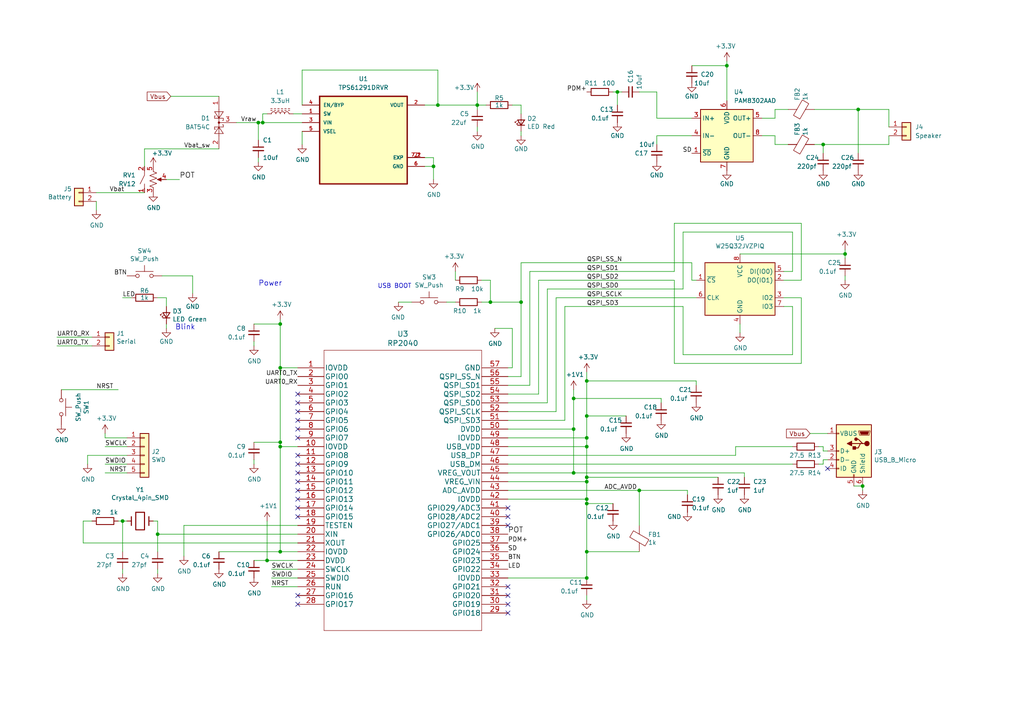
<source format=kicad_sch>
(kicad_sch (version 20211123) (generator eeschema)
  (paper "A4")
  (lib_symbols
    (symbol "Amplifier_Audio:PAM8302AAD"
      (property "Reference" "U" (at 7.62 11.43 0))
      (property "Value" "PAM8302AAD" (at 7.62 8.89 0))
      (symbol "PAM8302AAD_1_1"
        (pin input line (at -10.16 -5.08 0) (length 2.54) (name "~{SD}") (number "1"))
        (pin no_connect line (at 7.62 -5.08 180) (length 2.54) hide (name "NC") (number "2"))
        (pin input line (at -10.16 5.08 0) (length 2.54) (name "IN+") (number "3"))
        (pin input line (at -10.16 0 0) (length 2.54) (name "IN-") (number "4"))
        (pin output line (at 10.16 5.08 180) (length 2.54) (name "OUT+") (number "5"))
        (pin power_in line (at 0 10.16 270) (length 2.54) (name "VDD") (number "6"))
        (pin power_in line (at 0 -10.16 90) (length 2.54) (name "GND") (number "7"))
        (pin output line (at 10.16 0 180) (length 2.54) (name "OUT-") (number "8"))
      )
    )
    (symbol "Connector:USB_B_Micro" (pin_names (offset 1.016))
      (property "Reference" "J" (at -5.08 11.43 0))
      (property "Value" "USB_B_Micro" (at -5.08 8.89 0))
      (symbol "USB_B_Micro_1_1"
        (pin power_out line (at 7.62 5.08 180) (length 2.54) (name "VBUS") (number "1"))
        (pin bidirectional line (at 7.62 -2.54 180) (length 2.54) (name "D-") (number "2"))
        (pin bidirectional line (at 7.62 0 180) (length 2.54) (name "D+") (number "3"))
        (pin passive line (at 7.62 -5.08 180) (length 2.54) (name "ID") (number "4"))
        (pin power_out line (at 0 -10.16 90) (length 2.54) (name "GND") (number "5"))
        (pin passive line (at -2.54 -10.16 90) (length 2.54) (name "Shield") (number "6"))
      )
    )
    (symbol "Connector_Generic:Conn_01x02" (pin_names (offset 1.016) hide)
      (property "Reference" "J" (at 0 2.54 0))
      (property "Value" "Conn_01x02" (at 0 -5.08 0))
      (symbol "Conn_01x02_1_1"
        (pin passive line (at -5.08 0 0) (length 3.81) (name "Pin_1") (number "1"))
        (pin passive line (at -5.08 -2.54 0) (length 3.81) (name "Pin_2") (number "2"))
      )
    )
    (symbol "Connector_Generic:Conn_01x05" (pin_names (offset 1.016) hide)
      (property "Reference" "J" (at 0 7.62 0))
      (property "Value" "Conn_01x05" (at 0 -7.62 0))
      (symbol "Conn_01x05_1_1"
        (pin passive line (at -5.08 5.08 0) (length 3.81) (name "Pin_1") (number "1"))
        (pin passive line (at -5.08 2.54 0) (length 3.81) (name "Pin_2") (number "2"))
        (pin passive line (at -5.08 0 0) (length 3.81) (name "Pin_3") (number "3"))
        (pin passive line (at -5.08 -2.54 0) (length 3.81) (name "Pin_4") (number "4"))
        (pin passive line (at -5.08 -5.08 0) (length 3.81) (name "Pin_5") (number "5"))
      )
    )
    (symbol "Device:C_Small" (pin_numbers hide) (pin_names (offset 0.254) hide)
      (property "Reference" "C" (at 0.254 1.778 0))
      (property "Value" "C_Small" (at 0.254 -2.032 0))
      (symbol "C_Small_1_1"
        (pin passive line (at 0 2.54 270) (length 2.032) (name "~") (number "1"))
        (pin passive line (at 0 -2.54 90) (length 2.032) (name "~") (number "2"))
      )
    )
    (symbol "Device:FerriteBead" (pin_numbers hide) (pin_names (offset 0))
      (property "Reference" "FB" (at -3.81 0.635 90))
      (property "Value" "FerriteBead" (at 3.81 0 90))
      (symbol "FerriteBead_1_1"
        (pin passive line (at 0 3.81 270) (length 2.54) (name "~") (number "1"))
        (pin passive line (at 0 -3.81 90) (length 2.54) (name "~") (number "2"))
      )
    )
    (symbol "Device:LED_Small" (pin_numbers hide) (pin_names (offset 0.254) hide)
      (property "Reference" "D" (at -1.27 3.175 0))
      (property "Value" "LED_Small" (at -4.445 -2.54 0))
      (symbol "LED_Small_1_1"
        (pin passive line (at -2.54 0 0) (length 1.778) (name "K") (number "1"))
        (pin passive line (at 2.54 0 180) (length 1.778) (name "A") (number "2"))
      )
    )
    (symbol "Device:L_Ferrite" (pin_numbers hide) (pin_names (offset 1.016) hide)
      (property "Reference" "L" (at -1.27 0 90))
      (property "Value" "L_Ferrite" (at 2.794 0 90))
      (symbol "L_Ferrite_1_1"
        (pin passive line (at 0 3.81 270) (length 1.27) (name "1") (number "1"))
        (pin passive line (at 0 -3.81 90) (length 1.27) (name "2") (number "2"))
      )
    )
    (symbol "Device:R" (pin_numbers hide) (pin_names (offset 0))
      (property "Reference" "R" (at 2.032 0 90))
      (property "Value" "R" (at 0 0 90))
      (symbol "R_1_1"
        (pin passive line (at 0 3.81 270) (length 1.27) (name "~") (number "1"))
        (pin passive line (at 0 -3.81 90) (length 1.27) (name "~") (number "2"))
      )
    )
    (symbol "Diode:BAT54C" (pin_names (offset 1.016))
      (property "Reference" "D" (at 0.635 -3.81 0))
      (property "Value" "BAT54C" (at -6.35 3.175 0))
      (symbol "BAT54C_1_1"
        (pin passive line (at -7.62 0 0) (length 3.81) (name "~") (number "1"))
        (pin passive line (at 7.62 0 180) (length 3.81) (name "~") (number "2"))
        (pin passive line (at 0 -5.08 90) (length 5.08) (name "~") (number "3"))
      )
    )
    (symbol "Memory_Flash:W25Q32JVSS"
      (property "Reference" "U" (at -8.89 8.89 0))
      (property "Value" "W25Q32JVSS" (at 7.62 8.89 0))
      (symbol "W25Q32JVSS_1_1"
        (pin input line (at -12.7 2.54 0) (length 2.54) (name "~{CS}") (number "1"))
        (pin bidirectional line (at 12.7 2.54 180) (length 2.54) (name "DO(IO1)") (number "2"))
        (pin bidirectional line (at 12.7 -2.54 180) (length 2.54) (name "IO2") (number "3"))
        (pin power_in line (at 0 -10.16 90) (length 2.54) (name "GND") (number "4"))
        (pin bidirectional line (at 12.7 5.08 180) (length 2.54) (name "DI(IO0)") (number "5"))
        (pin input line (at -12.7 -2.54 0) (length 2.54) (name "CLK") (number "6"))
        (pin bidirectional line (at 12.7 -5.08 180) (length 2.54) (name "IO3") (number "7"))
        (pin power_in line (at 0 10.16 270) (length 2.54) (name "VCC") (number "8"))
      )
    )
    (symbol "Switch:SW_Push" (pin_numbers hide) (pin_names (offset 1.016) hide)
      (property "Reference" "SW" (at 1.27 2.54 0))
      (property "Value" "SW_Push" (at 0 -1.524 0))
      (symbol "SW_Push_0_1"
        (pin passive line (at -5.08 0 0) (length 2.54) (name "1") (number "1"))
        (pin passive line (at 5.08 0 180) (length 2.54) (name "2") (number "2"))
      )
    )
    (symbol "emeb_library:Crystal_4pin_SMD" (pin_numbers hide) (pin_names (offset 1.016) hide)
      (property "Reference" "Y" (at 0 3.81 0))
      (property "Value" "Crystal_4pin_SMD" (at 0 -3.81 0))
      (symbol "Crystal_4pin_SMD_1_1"
        (pin passive line (at -3.81 0 0) (length 1.27) (name "1") (number "1"))
        (pin passive line (at 3.81 0 180) (length 1.27) (name "3") (number "3"))
      )
    )
    (symbol "emeb_library:RP2040" (pin_names (offset 0.254))
      (property "Reference" "U" (at 30.48 10.16 0))
      (property "Value" "RP2040" (at 30.48 7.62 0))
      (symbol "RP2040_1_1"
        (pin power_in line (at 0 0 0) (length 7.62) (name "IOVDD") (number "1"))
        (pin power_in line (at 0 -22.86 0) (length 7.62) (name "IOVDD") (number "10"))
        (pin bidirectional line (at 0 -25.4 0) (length 7.62) (name "GPIO8") (number "11"))
        (pin bidirectional line (at 0 -27.94 0) (length 7.62) (name "GPIO9") (number "12"))
        (pin bidirectional line (at 0 -30.48 0) (length 7.62) (name "GPIO10") (number "13"))
        (pin bidirectional line (at 0 -33.02 0) (length 7.62) (name "GPIO11") (number "14"))
        (pin bidirectional line (at 0 -35.56 0) (length 7.62) (name "GPIO12") (number "15"))
        (pin bidirectional line (at 0 -38.1 0) (length 7.62) (name "GPIO13") (number "16"))
        (pin bidirectional line (at 0 -40.64 0) (length 7.62) (name "GPIO14") (number "17"))
        (pin bidirectional line (at 0 -43.18 0) (length 7.62) (name "GPIO15") (number "18"))
        (pin unspecified line (at 0 -45.72 0) (length 7.62) (name "TESTEN") (number "19"))
        (pin bidirectional line (at 0 -2.54 0) (length 7.62) (name "GPIO0") (number "2"))
        (pin unspecified line (at 0 -48.26 0) (length 7.62) (name "XIN") (number "20"))
        (pin output line (at 0 -50.8 0) (length 7.62) (name "XOUT") (number "21"))
        (pin power_in line (at 0 -53.34 0) (length 7.62) (name "IOVDD") (number "22"))
        (pin power_in line (at 0 -55.88 0) (length 7.62) (name "DVDD") (number "23"))
        (pin unspecified line (at 0 -58.42 0) (length 7.62) (name "SWCLK") (number "24"))
        (pin unspecified line (at 0 -60.96 0) (length 7.62) (name "SWDIO") (number "25"))
        (pin unspecified line (at 0 -63.5 0) (length 7.62) (name "RUN") (number "26"))
        (pin bidirectional line (at 0 -66.04 0) (length 7.62) (name "GPIO16") (number "27"))
        (pin bidirectional line (at 0 -68.58 0) (length 7.62) (name "GPIO17") (number "28"))
        (pin bidirectional line (at 60.96 -71.12 180) (length 7.62) (name "GPIO18") (number "29"))
        (pin bidirectional line (at 0 -5.08 0) (length 7.62) (name "GPIO1") (number "3"))
        (pin bidirectional line (at 60.96 -68.58 180) (length 7.62) (name "GPIO19") (number "30"))
        (pin bidirectional line (at 60.96 -66.04 180) (length 7.62) (name "GPIO20") (number "31"))
        (pin bidirectional line (at 60.96 -63.5 180) (length 7.62) (name "GPIO21") (number "32"))
        (pin power_in line (at 60.96 -60.96 180) (length 7.62) (name "IOVDD") (number "33"))
        (pin bidirectional line (at 60.96 -58.42 180) (length 7.62) (name "GPIO22") (number "34"))
        (pin bidirectional line (at 60.96 -55.88 180) (length 7.62) (name "GPIO23") (number "35"))
        (pin bidirectional line (at 60.96 -53.34 180) (length 7.62) (name "GPIO24") (number "36"))
        (pin bidirectional line (at 60.96 -50.8 180) (length 7.62) (name "GPIO25") (number "37"))
        (pin bidirectional line (at 60.96 -48.26 180) (length 7.62) (name "GPIO26/ADC0") (number "38"))
        (pin bidirectional line (at 60.96 -45.72 180) (length 7.62) (name "GPIO27/ADC1") (number "39"))
        (pin bidirectional line (at 0 -7.62 0) (length 7.62) (name "GPIO2") (number "4"))
        (pin bidirectional line (at 60.96 -43.18 180) (length 7.62) (name "GPIO28/ADC2") (number "40"))
        (pin bidirectional line (at 60.96 -40.64 180) (length 7.62) (name "GPIO29/ADC3") (number "41"))
        (pin power_in line (at 60.96 -38.1 180) (length 7.62) (name "IOVDD") (number "42"))
        (pin power_in line (at 60.96 -35.56 180) (length 7.62) (name "ADC_AVDD") (number "43"))
        (pin unspecified line (at 60.96 -33.02 180) (length 7.62) (name "VREG_VIN") (number "44"))
        (pin output line (at 60.96 -30.48 180) (length 7.62) (name "VREG_VOUT") (number "45"))
        (pin unspecified line (at 60.96 -27.94 180) (length 7.62) (name "USB_DM") (number "46"))
        (pin unspecified line (at 60.96 -25.4 180) (length 7.62) (name "USB_DP") (number "47"))
        (pin power_in line (at 60.96 -22.86 180) (length 7.62) (name "USB_VDD") (number "48"))
        (pin power_in line (at 60.96 -20.32 180) (length 7.62) (name "IOVDD") (number "49"))
        (pin bidirectional line (at 0 -10.16 0) (length 7.62) (name "GPIO3") (number "5"))
        (pin power_in line (at 60.96 -17.78 180) (length 7.62) (name "DVDD") (number "50"))
        (pin bidirectional line (at 60.96 -15.24 180) (length 7.62) (name "QSPI_SD3") (number "51"))
        (pin unspecified line (at 60.96 -12.7 180) (length 7.62) (name "QSPI_SCLK") (number "52"))
        (pin bidirectional line (at 60.96 -10.16 180) (length 7.62) (name "QSPI_SD0") (number "53"))
        (pin bidirectional line (at 60.96 -7.62 180) (length 7.62) (name "QSPI_SD2") (number "54"))
        (pin bidirectional line (at 60.96 -5.08 180) (length 7.62) (name "QSPI_SD1") (number "55"))
        (pin unspecified line (at 60.96 -2.54 180) (length 7.62) (name "QSPI_SS_N") (number "56"))
        (pin power_in line (at 60.96 0 180) (length 7.62) (name "GND") (number "57"))
        (pin bidirectional line (at 0 -12.7 0) (length 7.62) (name "GPIO4") (number "6"))
        (pin bidirectional line (at 0 -15.24 0) (length 7.62) (name "GPIO5") (number "7"))
        (pin bidirectional line (at 0 -17.78 0) (length 7.62) (name "GPIO6") (number "8"))
        (pin bidirectional line (at 0 -20.32 0) (length 7.62) (name "GPIO7") (number "9"))
      )
    )
    (symbol "emeb_library:RV12" (pin_names (offset 1.016) hide)
      (property "Reference" "RV" (at -8.89 0 90))
      (property "Value" "RV12" (at -6.35 0 90))
      (symbol "RV12_1_1"
        (pin passive line (at -2.54 -3.81 90) (length 1.27) (name "1") (number "1"))
        (pin passive line (at -2.54 3.81 270) (length 1.27) (name "2") (number "2"))
        (pin passive line (at 0 -3.81 90) (length 1.27) (name "3") (number "3"))
        (pin passive line (at 3.81 0 180) (length 1.27) (name "4") (number "4"))
        (pin passive line (at 0 3.81 270) (length 1.27) (name "5") (number "5"))
      )
    )
    (symbol "emeb_library:TPS61291DRVR" (pin_names (offset 1.016))
      (property "Reference" "U" (at -12.7 13.7 0))
      (property "Value" "TPS61291DRVR" (at -12.7 -16.7 0))
      (symbol "TPS61291DRVR_0_0"
        (pin input line (at -17.78 7.62 0) (length 5.08) (name "SW") (number "1"))
        (pin output line (at 17.78 10.16 180) (length 5.08) (name "VOUT") (number "2"))
        (pin input line (at -17.78 5.08 0) (length 5.08) (name "VIN") (number "3"))
        (pin input line (at -17.78 10.16 0) (length 5.08) (name "EN/BYP") (number "4"))
        (pin input line (at -17.78 2.54 0) (length 5.08) (name "VSEL") (number "5"))
        (pin power_in line (at 17.78 -7.62 180) (length 5.08) (name "GND") (number "6"))
        (pin power_in line (at 17.78 -5.08 180) (length 5.08) (name "EXP") (number "7"))
        (pin power_in line (at 17.78 -5.08 180) (length 5.08) (name "EXP") (number "7_1"))
        (pin power_in line (at 17.78 -5.08 180) (length 5.08) (name "EXP") (number "7_2"))
      )
    )
    (symbol "power:+1V1" (power) (pin_names (offset 0))
      (property "Value" "+1V1" (at 0 3.556 0))
      (symbol "+1V1_1_1"
        (pin power_in line (at 0 0 90) (length 0) hide (name "+1V1") (number "1"))
      )
    )
    (symbol "power:+3.3V" (power) (pin_names (offset 0))
      (property "Value" "+3.3V" (at 0 3.556 0))
      (symbol "+3.3V_1_1"
        (pin power_in line (at 0 0 90) (length 0) hide (name "+3.3V") (number "1"))
      )
    )
    (symbol "power:GND" (power) (pin_names (offset 0))
      (property "Value" "GND" (at 0 -3.81 0))
      (symbol "GND_1_1"
        (pin power_in line (at 0 0 270) (length 0) hide (name "GND") (number "1"))
      )
    )
  )
  (junction (at 245.11 73.66))
  (junction (at 170.18 146.05))
  (junction (at 81.28 128.27))
  (junction (at 76.2 35.56))
  (junction (at 170.18 120.65))
  (junction (at 185.42 142.24))
  (junction (at 45.72 154.94))
  (junction (at 35.56 151.13))
  (junction (at 151.13 87.63))
  (junction (at 170.18 129.54))
  (junction (at 250.19 140.97))
  (junction (at 166.37 115.57))
  (junction (at 248.92 31.75))
  (junction (at 74.93 35.56))
  (junction (at 170.18 160.02))
  (junction (at 238.76 41.91))
  (junction (at 81.28 129.54))
  (junction (at 170.18 139.7))
  (junction (at 142.24 87.63))
  (junction (at 127 30.48))
  (junction (at 166.37 137.16))
  (junction (at 77.47 162.56))
  (junction (at 170.18 144.78))
  (junction (at 210.82 19.05))
  (junction (at 81.28 106.68))
  (junction (at 81.28 160.02))
  (junction (at 170.18 138.43))
  (junction (at 166.37 124.46))
  (junction (at 138.43 30.48))
  (junction (at 170.18 127))
  (junction (at 81.28 93.98))
  (junction (at 125.73 48.26))
  (junction (at 179.07 26.67))
  (junction (at 170.18 110.49))
  (junction (at 170.18 167.64))
  (no_connect (at 86.36 134.62))
  (no_connect (at 86.36 142.24))
  (no_connect (at 86.36 147.32))
  (no_connect (at 147.32 170.18))
  (no_connect (at 147.32 172.72))
  (no_connect (at 147.32 177.8))
  (no_connect (at 147.32 175.26))
  (no_connect (at 86.36 137.16))
  (no_connect (at 86.36 139.7))
  (no_connect (at 86.36 127))
  (no_connect (at 86.36 172.72))
  (no_connect (at 86.36 175.26))
  (no_connect (at -6.35 -22.86))
  (no_connect (at 86.36 119.38))
  (no_connect (at 86.36 121.92))
  (no_connect (at 86.36 124.46))
  (no_connect (at 86.36 114.3))
  (no_connect (at 86.36 116.84))
  (no_connect (at 147.32 152.4))
  (no_connect (at 86.36 132.08))
  (no_connect (at 147.32 147.32))
  (no_connect (at 147.32 149.86))
  (no_connect (at 86.36 149.86))
  (no_connect (at 86.36 144.78))
  (no_connect (at 240.03 135.89))
  (wire (pts (xy 166.37 115.57) (xy 166.37 124.46)))
  (wire (pts (xy 151.13 87.63) (xy 151.13 76.2)))
  (wire (pts (xy 119.38 87.63) (xy 115.57 87.63)))
  (wire (pts (xy 138.43 38.1) (xy 138.43 36.83)))
  (wire (pts (xy 214.63 73.66) (xy 245.11 73.66)))
  (wire (pts (xy 123.19 48.26) (xy 125.73 48.26)))
  (wire (pts (xy 198.12 67.31) (xy 198.12 83.82)))
  (wire (pts (xy 147.32 132.08) (xy 213.36 132.08)))
  (wire (pts (xy 250.19 142.24) (xy 250.19 140.97)))
  (wire (pts (xy 185.42 142.24) (xy 199.39 142.24)))
  (wire (pts (xy 86.36 170.18) (xy 78.74 170.18)))
  (wire (pts (xy 147.32 142.24) (xy 185.42 142.24)))
  (wire (pts (xy 30.48 125.73) (xy 30.48 127)))
  (wire (pts (xy 237.49 134.62) (xy 238.76 134.62)))
  (wire (pts (xy 86.36 167.64) (xy 78.74 167.64)))
  (wire (pts (xy 200.66 81.28) (xy 201.93 81.28)))
  (wire (pts (xy 34.29 113.03) (xy 17.78 113.03)))
  (wire (pts (xy 170.18 172.72) (xy 170.18 173.99)))
  (wire (pts (xy 86.36 129.54) (xy 81.28 129.54)))
  (wire (pts (xy 86.36 162.56) (xy 77.47 162.56)))
  (wire (pts (xy 166.37 115.57) (xy 191.77 115.57)))
  (wire (pts (xy 151.13 30.48) (xy 151.13 33.02)))
  (wire (pts (xy 229.87 88.9) (xy 227.33 88.9)))
  (wire (pts (xy 148.59 95.25) (xy 143.51 95.25)))
  (wire (pts (xy 48.26 52.07) (xy 52.07 52.07)))
  (wire (pts (xy 147.32 167.64) (xy 170.18 167.64)))
  (wire (pts (xy 86.36 160.02) (xy 81.28 160.02)))
  (wire (pts (xy 123.19 30.48) (xy 127 30.48)))
  (wire (pts (xy 81.28 93.98) (xy 81.28 92.71)))
  (wire (pts (xy 55.88 80.01) (xy 55.88 85.09)))
  (wire (pts (xy 200.66 76.2) (xy 200.66 81.28)))
  (wire (pts (xy 147.32 129.54) (xy 170.18 129.54)))
  (wire (pts (xy 34.29 151.13) (xy 35.56 151.13)))
  (wire (pts (xy 76.2 35.56) (xy 87.63 35.56)))
  (wire (pts (xy 24.13 151.13) (xy 26.67 151.13)))
  (wire (pts (xy 237.49 129.54) (xy 238.76 129.54)))
  (wire (pts (xy 170.18 110.49) (xy 201.93 110.49)))
  (wire (pts (xy 48.26 93.98) (xy 48.26 95.25)))
  (wire (pts (xy 245.11 73.66) (xy 245.11 74.93)))
  (wire (pts (xy 227.33 78.74) (xy 229.87 78.74)))
  (wire (pts (xy 170.18 139.7) (xy 170.18 144.78)))
  (wire (pts (xy 87.63 38.1) (xy 87.63 41.91)))
  (wire (pts (xy 35.56 166.37) (xy 35.56 165.1)))
  (wire (pts (xy 81.28 106.68) (xy 81.28 128.27)))
  (wire (pts (xy 170.18 107.95) (xy 170.18 110.49)))
  (wire (pts (xy 200.66 19.05) (xy 210.82 19.05)))
  (wire (pts (xy 151.13 38.1) (xy 151.13 39.37)))
  (wire (pts (xy 166.37 124.46) (xy 166.37 137.16)))
  (wire (pts (xy 25.4 132.08) (xy 25.4 134.62)))
  (wire (pts (xy 170.18 167.64) (xy 170.18 160.02)))
  (wire (pts (xy 229.87 78.74) (xy 229.87 67.31)))
  (wire (pts (xy 127 20.32) (xy 127 30.48)))
  (wire (pts (xy 232.41 64.77) (xy 232.41 81.28)))
  (wire (pts (xy 68.58 35.56) (xy 74.93 35.56)))
  (wire (pts (xy 170.18 138.43) (xy 208.28 138.43)))
  (wire (pts (xy 86.36 157.48) (xy 24.13 157.48)))
  (wire (pts (xy 156.21 81.28) (xy 195.58 81.28)))
  (wire (pts (xy 36.83 132.08) (xy 25.4 132.08)))
  (wire (pts (xy 73.66 93.98) (xy 81.28 93.98)))
  (wire (pts (xy 248.92 31.75) (xy 248.92 44.45)))
  (wire (pts (xy 35.56 160.02) (xy 35.56 151.13)))
  (wire (pts (xy 73.66 128.27) (xy 81.28 128.27)))
  (wire (pts (xy 190.5 26.67) (xy 190.5 34.29)))
  (wire (pts (xy 195.58 105.41) (xy 195.58 81.28)))
  (wire (pts (xy 148.59 30.48) (xy 151.13 30.48)))
  (wire (pts (xy 248.92 31.75) (xy 257.81 31.75)))
  (wire (pts (xy 185.42 160.02) (xy 170.18 160.02)))
  (wire (pts (xy 46.99 80.01) (xy 55.88 80.01)))
  (wire (pts (xy 238.76 133.35) (xy 240.03 133.35)))
  (wire (pts (xy 147.32 121.92) (xy 163.83 121.92)))
  (wire (pts (xy 45.72 154.94) (xy 45.72 160.02)))
  (wire (pts (xy 74.93 35.56) (xy 74.93 40.64)))
  (wire (pts (xy 232.41 86.36) (xy 232.41 105.41)))
  (wire (pts (xy 166.37 113.03) (xy 166.37 115.57)))
  (wire (pts (xy 190.5 39.37) (xy 200.66 39.37)))
  (wire (pts (xy 132.08 78.74) (xy 132.08 81.28)))
  (wire (pts (xy 63.5 160.02) (xy 81.28 160.02)))
  (wire (pts (xy 81.28 129.54) (xy 81.28 160.02)))
  (wire (pts (xy 151.13 76.2) (xy 200.66 76.2)))
  (wire (pts (xy 215.9 137.16) (xy 215.9 138.43)))
  (wire (pts (xy 227.33 86.36) (xy 232.41 86.36)))
  (wire (pts (xy 151.13 87.63) (xy 142.24 87.63)))
  (wire (pts (xy 35.56 86.36) (xy 38.1 86.36)))
  (wire (pts (xy 236.22 31.75) (xy 248.92 31.75)))
  (wire (pts (xy 147.32 124.46) (xy 166.37 124.46)))
  (wire (pts (xy 27.94 55.88) (xy 41.91 55.88)))
  (wire (pts (xy 210.82 17.78) (xy 210.82 19.05)))
  (wire (pts (xy 45.72 151.13) (xy 45.72 154.94)))
  (wire (pts (xy 147.32 134.62) (xy 229.87 134.62)))
  (wire (pts (xy 214.63 96.52) (xy 214.63 93.98)))
  (wire (pts (xy 166.37 137.16) (xy 147.32 137.16)))
  (wire (pts (xy 161.29 86.36) (xy 201.93 86.36)))
  (wire (pts (xy 229.87 102.87) (xy 229.87 88.9)))
  (wire (pts (xy 229.87 67.31) (xy 198.12 67.31)))
  (wire (pts (xy 148.59 95.25) (xy 148.59 106.68)))
  (wire (pts (xy 195.58 64.77) (xy 195.58 78.74)))
  (wire (pts (xy 170.18 146.05) (xy 177.8 146.05)))
  (wire (pts (xy 36.83 129.54) (xy 30.48 129.54)))
  (wire (pts (xy 85.09 33.02) (xy 87.63 33.02)))
  (wire (pts (xy 170.18 110.49) (xy 170.18 120.65)))
  (wire (pts (xy 147.32 144.78) (xy 170.18 144.78)))
  (wire (pts (xy 125.73 48.26) (xy 125.73 52.07)))
  (wire (pts (xy 81.28 128.27) (xy 81.28 129.54)))
  (wire (pts (xy 73.66 134.62) (xy 73.66 133.35)))
  (wire (pts (xy 181.61 120.65) (xy 170.18 120.65)))
  (wire (pts (xy 199.39 142.24) (xy 199.39 143.51)))
  (wire (pts (xy 166.37 137.16) (xy 215.9 137.16)))
  (wire (pts (xy 36.83 137.16) (xy 30.48 137.16)))
  (wire (pts (xy 153.67 78.74) (xy 195.58 78.74)))
  (wire (pts (xy 224.79 31.75) (xy 228.6 31.75)))
  (wire (pts (xy 123.19 45.72) (xy 125.73 45.72)))
  (wire (pts (xy 132.08 87.63) (xy 129.54 87.63)))
  (wire (pts (xy 191.77 115.57) (xy 191.77 116.84)))
  (wire (pts (xy 177.8 26.67) (xy 179.07 26.67)))
  (wire (pts (xy 213.36 129.54) (xy 229.87 129.54)))
  (wire (pts (xy 190.5 34.29) (xy 200.66 34.29)))
  (wire (pts (xy 127 30.48) (xy 138.43 30.48)))
  (wire (pts (xy 238.76 129.54) (xy 238.76 130.81)))
  (wire (pts (xy 147.32 127) (xy 170.18 127)))
  (wire (pts (xy 158.75 83.82) (xy 198.12 83.82)))
  (wire (pts (xy 147.32 139.7) (xy 170.18 139.7)))
  (wire (pts (xy 163.83 88.9) (xy 198.12 88.9)))
  (wire (pts (xy 48.26 86.36) (xy 48.26 88.9)))
  (wire (pts (xy 220.98 34.29) (xy 224.79 34.29)))
  (wire (pts (xy 147.32 116.84) (xy 158.75 116.84)))
  (wire (pts (xy 147.32 114.3) (xy 156.21 114.3)))
  (wire (pts (xy 185.42 152.4) (xy 185.42 142.24)))
  (wire (pts (xy 53.34 152.4) (xy 53.34 161.29)))
  (wire (pts (xy 170.18 120.65) (xy 170.18 127)))
  (wire (pts (xy 170.18 129.54) (xy 170.18 127)))
  (wire (pts (xy 30.48 134.62) (xy 36.83 134.62)))
  (wire (pts (xy 44.45 151.13) (xy 45.72 151.13)))
  (wire (pts (xy 213.36 132.08) (xy 213.36 129.54)))
  (wire (pts (xy 138.43 30.48) (xy 138.43 26.67)))
  (wire (pts (xy 247.65 140.97) (xy 250.19 140.97)))
  (wire (pts (xy 153.67 111.76) (xy 153.67 78.74)))
  (wire (pts (xy 198.12 102.87) (xy 229.87 102.87)))
  (wire (pts (xy 190.5 41.91) (xy 190.5 39.37)))
  (wire (pts (xy 16.51 97.79) (xy 26.67 97.79)))
  (wire (pts (xy 49.53 27.94) (xy 63.5 27.94)))
  (wire (pts (xy 81.28 93.98) (xy 81.28 106.68)))
  (wire (pts (xy 232.41 81.28) (xy 227.33 81.28)))
  (wire (pts (xy 35.56 151.13) (xy 36.83 151.13)))
  (wire (pts (xy 45.72 86.36) (xy 48.26 86.36)))
  (wire (pts (xy 238.76 130.81) (xy 240.03 130.81)))
  (wire (pts (xy 170.18 139.7) (xy 170.18 138.43)))
  (wire (pts (xy 139.7 87.63) (xy 142.24 87.63)))
  (wire (pts (xy 74.93 35.56) (xy 76.2 35.56)))
  (wire (pts (xy 224.79 34.29) (xy 224.79 31.75)))
  (wire (pts (xy 77.47 162.56) (xy 77.47 151.13)))
  (wire (pts (xy 232.41 105.41) (xy 195.58 105.41)))
  (wire (pts (xy 87.63 20.32) (xy 127 20.32)))
  (wire (pts (xy 170.18 146.05) (xy 170.18 160.02)))
  (wire (pts (xy 257.81 31.75) (xy 257.81 36.83)))
  (wire (pts (xy 210.82 19.05) (xy 210.82 29.21)))
  (wire (pts (xy 142.24 81.28) (xy 142.24 87.63)))
  (wire (pts (xy 147.32 111.76) (xy 153.67 111.76)))
  (wire (pts (xy 170.18 138.43) (xy 170.18 129.54)))
  (wire (pts (xy 238.76 134.62) (xy 238.76 133.35)))
  (wire (pts (xy 179.07 26.67) (xy 180.34 26.67)))
  (wire (pts (xy 190.5 26.67) (xy 185.42 26.67)))
  (wire (pts (xy 147.32 119.38) (xy 161.29 119.38)))
  (wire (pts (xy 36.83 127) (xy 30.48 127)))
  (wire (pts (xy 170.18 144.78) (xy 170.18 146.05)))
  (wire (pts (xy 16.51 100.33) (xy 26.67 100.33)))
  (wire (pts (xy 74.93 45.72) (xy 74.93 46.99)))
  (wire (pts (xy 163.83 121.92) (xy 163.83 88.9)))
  (wire (pts (xy 236.22 41.91) (xy 238.76 41.91)))
  (wire (pts (xy 201.93 110.49) (xy 201.93 111.76)))
  (wire (pts (xy 257.81 41.91) (xy 257.81 39.37)))
  (wire (pts (xy 86.36 106.68) (xy 81.28 106.68)))
  (wire (pts (xy 24.13 157.48) (xy 24.13 151.13)))
  (wire (pts (xy 76.2 33.02) (xy 76.2 35.56)))
  (wire (pts (xy 86.36 165.1) (xy 78.74 165.1)))
  (wire (pts (xy 138.43 30.48) (xy 140.97 30.48)))
  (wire (pts (xy 245.11 72.39) (xy 245.11 73.66)))
  (wire (pts (xy 41.91 43.18) (xy 41.91 48.26)))
  (wire (pts (xy 45.72 166.37) (xy 45.72 165.1)))
  (wire (pts (xy 139.7 81.28) (xy 142.24 81.28)))
  (wire (pts (xy 245.11 80.01) (xy 245.11 81.28)))
  (wire (pts (xy 224.79 41.91) (xy 228.6 41.91)))
  (wire (pts (xy 224.79 39.37) (xy 224.79 41.91)))
  (wire (pts (xy 232.41 64.77) (xy 195.58 64.77)))
  (wire (pts (xy 151.13 109.22) (xy 151.13 87.63)))
  (wire (pts (xy 238.76 41.91) (xy 238.76 44.45)))
  (wire (pts (xy 147.32 109.22) (xy 151.13 109.22)))
  (wire (pts (xy 138.43 31.75) (xy 138.43 30.48)))
  (wire (pts (xy 179.07 26.67) (xy 179.07 30.48)))
  (wire (pts (xy 220.98 39.37) (xy 224.79 39.37)))
  (wire (pts (xy 77.47 33.02) (xy 76.2 33.02)))
  (wire (pts (xy 73.66 162.56) (xy 77.47 162.56)))
  (wire (pts (xy 161.29 119.38) (xy 161.29 86.36)))
  (wire (pts (xy 125.73 45.72) (xy 125.73 48.26)))
  (wire (pts (xy 86.36 154.94) (xy 45.72 154.94)))
  (wire (pts (xy 27.94 58.42) (xy 27.94 60.96)))
  (wire (pts (xy 87.63 30.48) (xy 87.63 20.32)))
  (wire (pts (xy 86.36 152.4) (xy 53.34 152.4)))
  (wire (pts (xy 41.91 43.18) (xy 63.5 43.18)))
  (wire (pts (xy 158.75 116.84) (xy 158.75 83.82)))
  (wire (pts (xy 147.32 106.68) (xy 148.59 106.68)))
  (wire (pts (xy 156.21 81.28) (xy 156.21 114.3)))
  (wire (pts (xy 73.66 100.33) (xy 73.66 99.06)))
  (wire (pts (xy 198.12 88.9) (xy 198.12 102.87)))
  (wire (pts (xy 238.76 41.91) (xy 257.81 41.91)))
  (wire (pts (xy 234.95 125.73) (xy 240.03 125.73)))
  (text "USB BOOT" (at 119.38 83.82 180) (effects (font (size 1.27 1.27)) (justify right bottom)))
  (text "Blink" (at 50.8 95.885 0) (effects (font (size 1.524 1.524)) (justify left bottom)))
  (text "Power" (at 74.93 83.185 0) (effects (font (size 1.524 1.524)) (justify left bottom)))
  (label "SWCLK" (at 30.48 129.54 0))
  (label "UART0_TX" (at 16.51 100.33 0))
  (label "QSPI_SD1" (at 170.18 78.74 0))
  (label "NRST" (at 78.74 170.18 0))
  (label "PDM+" (at 170.18 26.67 180))
  (label "NRST" (at 31.75 137.16 0))
  (label "BTN" (at 36.83 80.01 180))
  (label "SWDIO" (at 78.74 167.64 0))
  (label "QSPI_SD0" (at 170.18 83.82 0))
  (label "QSPI_SS_N" (at 170.18 76.2 0))
  (label "SWCLK" (at 78.74 165.1 0))
  (label "SWDIO" (at 30.48 134.62 0))
  (label "NRST" (at 27.94 113.03 0))
  (label "Vraw" (at 69.85 35.56 0))
  (label "UART0_RX" (at 86.36 111.76 180))
  (label "LED" (at 147.32 165.1 0))
  (label "QSPI_SD3" (at 170.18 88.9 0))
  (label "SD" (at 200.66 44.45 180))
  (label "POT" (at 147.32 154.94 0) (effects (font (size 1.524 1.524))))
  (label "PDM+" (at 147.32 157.48 0))
  (label "UART0_RX" (at 16.51 97.79 0))
  (label "BTN" (at 147.32 162.56 0))
  (label "QSPI_SD2" (at 170.18 81.28 0))
  (label "POT" (at 52.07 52.07 0) (effects (font (size 1.524 1.524))))
  (label "ADC_AVDD" (at 175.26 142.24 0))
  (label "QSPI_SCLK" (at 170.18 86.36 0))
  (label "Vbat" (at 31.75 55.88 0))
  (label "LED" (at 35.56 86.36 0))
  (label "UART0_TX" (at 86.36 109.22 180))
  (label "Vbat_sw" (at 53.34 43.18 0))
  (label "SD" (at 147.32 160.02 0))
  (global_label "Vbus" (shape input) (at 49.53 27.94 180) (property "Intersheet References" "${INTERSHEET_REFS}" (effects hide)))
  (global_label "Vbus" (shape input) (at 234.95 125.73 180) (property "Intersheet References" "${INTERSHEET_REFS}" (effects hide)))
  (symbol (lib_id "Device:C_Small") (at 177.8 148.59 0) (unit 1)
    (property "Reference" "C12" (at 172.72 147.32 0) (effects (justify left)))
    (property "Value" "0.1uf" (at 170.18 149.86 0) (effects (justify left)))
    (property "Footprint" "Capacitor_SMD:C_0402_1005Metric" (effects hide))
  )
  (symbol (lib_id "Device:C_Small") (at 170.18 170.18 0) (unit 1)
    (property "Reference" "C11" (at 165.1 168.91 0) (effects (justify left)))
    (property "Value" "0.1uf" (at 162.56 171.45 0) (effects (justify left)))
    (property "Footprint" "Capacitor_SMD:C_0402_1005Metric" (effects hide))
  )
  (symbol (lib_id "Device:R") (at 30.48 151.13 270) (unit 1)
    (property "Reference" "R2" (at 27.94 148.59 90))
    (property "Value" "1k" (at 33.02 148.59 90))
    (property "Footprint" "Resistor_SMD:R_0402_1005Metric" (effects hide))
  )
  (symbol (lib_id "Device:C_Small") (at 208.28 140.97 0) (unit 1)
    (property "Reference" "C22" (at 210.82 139.7 0) (effects (justify left)))
    (property "Value" "1uf" (at 210.82 142.24 0) (effects (justify left)))
    (property "Footprint" "Capacitor_SMD:C_0402_1005Metric" (effects hide))
  )
  (symbol (lib_id "Device:FerriteBead") (at 232.41 41.91 90) (unit 1)
    (property "Reference" "FB3" (at 231.2416 39.37 0) (effects (justify left)))
    (property "Value" "1k" (at 233.553 39.37 0) (effects (justify left)))
    (property "Footprint" "Inductor_SMD:L_0402_1005Metric" (effects hide))
  )
  (symbol (lib_id "Device:R") (at 144.78 30.48 90) (unit 1)
    (property "Reference" "R5" (at 144.78 28.448 90))
    (property "Value" "1k" (at 144.78 30.48 90))
    (property "Footprint" "Resistor_SMD:R_0402_1005Metric" (effects hide))
  )
  (symbol (lib_id "emeb_library:Crystal_4pin_SMD") (at 40.64 151.13 0) (unit 1)
    (property "Reference" "Y1" (at 40.64 142.0368 0))
    (property "Value" "Crystal_4pin_SMD" (at 40.64 144.3482 0))
    (property "Footprint" "Crystal:Crystal_SMD_3225-4Pin_3.2x2.5mm" (effects hide))
  )
  (symbol (lib_id "power:GND") (at 74.93 46.99 0) (unit 1)
    (property "Reference" "#PWR02" (effects hide))
    (property "Value" "GND" (at 75.057 51.3842 0))
  )
  (symbol (lib_id "power:GND") (at 200.66 24.13 0) (unit 1)
    (property "Reference" "#PWR025" (effects hide))
    (property "Value" "GND" (at 200.66 27.94 0))
  )
  (symbol (lib_id "Device:R") (at 135.89 87.63 270) (mirror x) (unit 1)
    (property "Reference" "R10" (at 133.35 90.17 90))
    (property "Value" "1k" (at 138.43 90.17 90))
    (property "Footprint" "Resistor_SMD:R_0402_1005Metric" (effects hide))
  )
  (symbol (lib_id "Device:R") (at 135.89 81.28 270) (mirror x) (unit 1)
    (property "Reference" "R9" (at 133.35 83.82 90))
    (property "Value" "10k" (at 138.43 83.82 90))
    (property "Footprint" "Resistor_SMD:R_0402_1005Metric" (effects hide))
  )
  (symbol (lib_id "Device:C_Small") (at 74.93 43.18 0) (unit 1)
    (property "Reference" "C1" (at 76.2 40.64 0) (effects (justify left)))
    (property "Value" "10uf" (at 76.2 45.72 0) (effects (justify left)))
    (property "Footprint" "Capacitor_SMD:C_0805_2012Metric" (effects hide))
  )
  (symbol (lib_id "Device:FerriteBead") (at 185.42 156.21 0) (unit 1)
    (property "Reference" "FB1" (at 187.96 155.0416 0) (effects (justify left)))
    (property "Value" "1k" (at 187.96 157.353 0) (effects (justify left)))
    (property "Footprint" "Inductor_SMD:L_0402_1005Metric" (effects hide))
  )
  (symbol (lib_id "Device:C_Small") (at 63.5 162.56 0) (unit 1)
    (property "Reference" "C6" (at 58.42 161.29 0) (effects (justify left)))
    (property "Value" "0.1uf" (at 55.88 163.83 0) (effects (justify left)))
    (property "Footprint" "Capacitor_SMD:C_0402_1005Metric" (effects hide))
  )
  (symbol (lib_id "power:+3.3V") (at 138.43 26.67 0) (unit 1)
    (property "Reference" "#PWR09" (effects hide))
    (property "Value" "+3.3V" (at 134.62 25.4 0))
  )
  (symbol (lib_id "power:GND") (at 250.19 142.24 0) (unit 1)
    (property "Reference" "#U023" (effects hide))
    (property "Value" "GND" (at 250.317 146.6342 0))
  )
  (symbol (lib_id "emeb_library:TPS61291DRVR") (at 105.41 40.64 0) (unit 1)
    (property "Reference" "U1" (at 105.41 22.86 0))
    (property "Value" "TPS61291DRVR" (at 105.41 25.4 0))
    (property "Footprint" "emeb_library:SON65P200X200X80-7N" (effects hide))
  )
  (symbol (lib_id "power:GND") (at 177.8 151.13 0) (unit 1)
    (property "Reference" "#U014" (effects hide))
    (property "Value" "GND" (at 177.927 155.5242 0))
  )
  (symbol (lib_id "Memory_Flash:W25Q32JVSS") (at 214.63 83.82 0) (unit 1)
    (property "Reference" "U5" (at 214.63 69.0626 0))
    (property "Value" "W25Q32JVZPIQ" (at 214.63 71.374 0))
    (property "Footprint" "Package_SON:WSON-8-1EP_6x5mm_P1.27mm_EP3.4x4.3mm" (effects hide))
    (property "Datasheet" "http://www.winbond.com/resource-files/w25q32jv%20revg%2003272018%20plus.pdf" (effects hide))
  )
  (symbol (lib_id "Device:C_Small") (at 248.92 46.99 0) (unit 1)
    (property "Reference" "C26" (at 243.84 45.72 0) (effects (justify left)))
    (property "Value" "220pf" (at 241.3 48.26 0) (effects (justify left)))
    (property "Footprint" "Capacitor_SMD:C_0402_1005Metric" (effects hide))
  )
  (symbol (lib_id "Device:C_Small") (at 238.76 46.99 0) (unit 1)
    (property "Reference" "C24" (at 233.68 45.72 0) (effects (justify left)))
    (property "Value" "220pf" (at 231.14 48.26 0) (effects (justify left)))
    (property "Footprint" "Capacitor_SMD:C_0402_1005Metric" (effects hide))
  )
  (symbol (lib_id "power:GND") (at 73.66 100.33 0) (unit 1)
    (property "Reference" "#U08" (effects hide))
    (property "Value" "GND" (at 73.787 104.7242 0))
  )
  (symbol (lib_id "power:+1V1") (at 77.47 151.13 0) (unit 1)
    (property "Reference" "#PWR013" (effects hide))
    (property "Value" "+1V1" (at 77.851 146.7358 0))
  )
  (symbol (lib_id "Device:C_Small") (at 35.56 162.56 0) (unit 1)
    (property "Reference" "C3" (at 30.48 161.29 0) (effects (justify left)))
    (property "Value" "27pf" (at 27.94 163.83 0) (effects (justify left)))
    (property "Footprint" "Capacitor_SMD:C_0402_1005Metric" (effects hide))
  )
  (symbol (lib_id "Diode:BAT54C") (at 63.5 35.56 90) (mirror x) (unit 1)
    (property "Reference" "D1" (at 60.96 34.2899 90) (effects (justify left)))
    (property "Value" "BAT54C" (at 60.96 36.8299 90) (effects (justify left)))
    (property "Footprint" "Package_TO_SOT_SMD:SOT-23" (effects hide))
    (property "Datasheet" "http://www.diodes.com/_files/datasheets/ds11005.pdf" (effects hide))
  )
  (symbol (lib_id "power:GND") (at 73.66 167.64 0) (unit 1)
    (property "Reference" "#U010" (effects hide))
    (property "Value" "GND" (at 73.787 172.0342 0))
  )
  (symbol (lib_id "power:GND") (at 73.66 134.62 0) (unit 1)
    (property "Reference" "#U09" (effects hide))
    (property "Value" "GND" (at 73.787 139.0142 0))
  )
  (symbol (lib_id "power:GND") (at 125.73 52.07 0) (unit 1)
    (property "Reference" "#PWR03" (effects hide))
    (property "Value" "GND" (at 125.857 56.4642 0))
  )
  (symbol (lib_id "Device:C_Small") (at 215.9 140.97 0) (unit 1)
    (property "Reference" "C23" (at 218.44 139.7 0) (effects (justify left)))
    (property "Value" "1uf" (at 218.44 142.24 0) (effects (justify left)))
    (property "Footprint" "Capacitor_SMD:C_0402_1005Metric" (effects hide))
  )
  (symbol (lib_id "Device:C_Small") (at 179.07 33.02 0) (unit 1)
    (property "Reference" "C13" (at 173.99 31.75 0) (effects (justify left)))
    (property "Value" "0.1uf" (at 171.45 34.29 0) (effects (justify left)))
    (property "Footprint" "Capacitor_SMD:C_0402_1005Metric" (effects hide))
  )
  (symbol (lib_id "power:GND") (at 55.88 85.09 0) (unit 1)
    (property "Reference" "#PWR0102" (effects hide))
    (property "Value" "GND" (at 55.88 88.9 0))
  )
  (symbol (lib_id "Device:C_Small") (at 73.66 165.1 0) (unit 1)
    (property "Reference" "C10" (at 68.58 163.83 0) (effects (justify left)))
    (property "Value" "0.1uf" (at 66.04 166.37 0) (effects (justify left)))
    (property "Footprint" "Capacitor_SMD:C_0402_1005Metric" (effects hide))
  )
  (symbol (lib_id "power:GND") (at 44.45 55.88 0) (unit 1)
    (property "Reference" "#PWR07" (effects hide))
    (property "Value" "GND" (at 44.577 60.2742 0))
  )
  (symbol (lib_id "Device:C_Small") (at 190.5 44.45 180) (unit 1)
    (property "Reference" "C17" (at 187.96 44.45 0) (effects (justify left)))
    (property "Value" "10uf" (at 189.865 41.91 0) (effects (justify left)))
    (property "Footprint" "Capacitor_SMD:C_0805_2012Metric" (effects hide))
  )
  (symbol (lib_id "power:GND") (at 190.5 46.99 0) (unit 1)
    (property "Reference" "#PWR0101" (effects hide))
    (property "Value" "GND" (at 190.5 50.8 0))
  )
  (symbol (lib_id "power:+3.3V") (at 44.45 48.26 0) (unit 1)
    (property "Reference" "#PWR05" (effects hide))
    (property "Value" "+3.3V" (at 46.99 44.45 0))
  )
  (symbol (lib_id "power:GND") (at 87.63 41.91 0) (unit 1)
    (property "Reference" "#PWR01" (effects hide))
    (property "Value" "GND" (at 87.757 46.3042 0))
  )
  (symbol (lib_id "Device:C_Small") (at 45.72 162.56 0) (unit 1)
    (property "Reference" "C4" (at 40.64 161.29 0) (effects (justify left)))
    (property "Value" "27pf" (at 38.1 163.83 0) (effects (justify left)))
    (property "Footprint" "Capacitor_SMD:C_0402_1005Metric" (effects hide))
  )
  (symbol (lib_id "Switch:SW_Push") (at 124.46 87.63 0) (mirror y) (unit 1)
    (property "Reference" "SW3" (at 124.46 80.391 0))
    (property "Value" "SW_Push" (at 124.46 82.7024 0))
    (property "Footprint" "Button_Switch_SMD:SW_Push_1P1T_NO_CK_KMR2" (effects hide))
  )
  (symbol (lib_id "power:GND") (at 179.07 35.56 0) (unit 1)
    (property "Reference" "#PWR023" (effects hide))
    (property "Value" "GND" (at 179.07 39.37 0))
  )
  (symbol (lib_id "Device:C_Small") (at 73.66 96.52 0) (unit 1)
    (property "Reference" "C8" (at 68.58 95.25 0) (effects (justify left)))
    (property "Value" "0.1uf" (at 66.04 97.79 0) (effects (justify left)))
    (property "Footprint" "Capacitor_SMD:C_0402_1005Metric" (effects hide))
  )
  (symbol (lib_id "Connector_Generic:Conn_01x02") (at 31.75 97.79 0) (unit 1)
    (property "Reference" "J1" (at 33.782 96.7232 0) (effects (justify left)))
    (property "Value" "Serial" (at 33.782 99.0346 0) (effects (justify left)))
    (property "Footprint" "Connector_PinHeader_2.54mm:PinHeader_1x02_P2.54mm_Vertical" (effects hide))
  )
  (symbol (lib_id "power:+1V1") (at 166.37 113.03 0) (unit 1)
    (property "Reference" "#PWR021" (effects hide))
    (property "Value" "+1V1" (at 166.751 108.6358 0))
  )
  (symbol (lib_id "Amplifier_Audio:PAM8302AAD") (at 210.82 39.37 0) (unit 1)
    (property "Reference" "U4" (at 212.8394 26.67 0) (effects (justify left)))
    (property "Value" "PAM8302AAD" (at 212.8394 29.21 0) (effects (justify left)))
    (property "Footprint" "Package_SO:TSSOP-8_3x3mm_P0.65mm" (effects hide))
    (property "Datasheet" "https://www.diodes.com/assets/Datasheets/PAM8302A.pdf" (effects hide))
  )
  (symbol (lib_id "power:GND") (at 35.56 166.37 0) (unit 1)
    (property "Reference" "#U04" (effects hide))
    (property "Value" "GND" (at 35.687 170.7642 0))
  )
  (symbol (lib_id "power:GND") (at 17.78 123.19 0) (unit 1)
    (property "Reference" "#U02" (effects hide))
    (property "Value" "GND" (at 17.907 127.5842 0))
  )
  (symbol (lib_id "power:GND") (at 208.28 143.51 0) (unit 1)
    (property "Reference" "#U019" (effects hide))
    (property "Value" "GND" (at 208.407 147.9042 0))
  )
  (symbol (lib_id "Device:LED_Small") (at 151.13 35.56 90) (unit 1)
    (property "Reference" "D2" (at 152.908 34.3916 90) (effects (justify right)))
    (property "Value" "LED Red" (at 152.908 36.703 90) (effects (justify right)))
    (property "Footprint" "LED_SMD:LED_0603_1608Metric" (effects hide))
  )
  (symbol (lib_id "power:GND") (at 25.4 134.62 0) (unit 1)
    (property "Reference" "#U03" (effects hide))
    (property "Value" "GND" (at 25.527 139.0142 0))
  )
  (symbol (lib_id "Device:C_Small") (at 181.61 123.19 0) (unit 1)
    (property "Reference" "C15" (at 176.53 121.92 0) (effects (justify left)))
    (property "Value" "0.1uf" (at 173.99 124.46 0) (effects (justify left)))
    (property "Footprint" "Capacitor_SMD:C_0402_1005Metric" (effects hide))
  )
  (symbol (lib_id "Device:C_Small") (at 138.43 34.29 0) (unit 1)
    (property "Reference" "C5" (at 133.35 33.02 0) (effects (justify left)))
    (property "Value" "22uf" (at 130.81 35.56 0) (effects (justify left)))
    (property "Footprint" "Capacitor_SMD:C_1210_3225Metric" (effects hide))
  )
  (symbol (lib_id "power:GND") (at 181.61 125.73 0) (unit 1)
    (property "Reference" "#U015" (effects hide))
    (property "Value" "GND" (at 181.737 130.1242 0))
  )
  (symbol (lib_id "Device:R") (at 233.68 134.62 90) (unit 1)
    (property "Reference" "R14" (at 236.22 137.16 90))
    (property "Value" "27.5" (at 231.14 137.16 90))
    (property "Footprint" "Resistor_SMD:R_0402_1005Metric" (effects hide))
  )
  (symbol (lib_id "power:GND") (at 215.9 143.51 0) (unit 1)
    (property "Reference" "#U021" (effects hide))
    (property "Value" "GND" (at 216.027 147.9042 0))
  )
  (symbol (lib_id "power:GND") (at 48.26 95.25 0) (unit 1)
    (property "Reference" "#PWR016" (effects hide))
    (property "Value" "GND" (at 48.26 99.06 0))
  )
  (symbol (lib_id "power:GND") (at 214.63 96.52 0) (unit 1)
    (property "Reference" "#U020" (effects hide))
    (property "Value" "GND" (at 214.757 100.9142 0))
  )
  (symbol (lib_id "power:GND") (at 201.93 116.84 0) (unit 1)
    (property "Reference" "#U018" (effects hide))
    (property "Value" "GND" (at 202.057 121.2342 0))
  )
  (symbol (lib_id "power:GND") (at 63.5 165.1 0) (unit 1)
    (property "Reference" "#U07" (effects hide))
    (property "Value" "GND" (at 63.627 169.4942 0))
  )
  (symbol (lib_id "Device:C_Small") (at 201.93 114.3 0) (unit 1)
    (property "Reference" "C21" (at 196.85 113.03 0) (effects (justify left)))
    (property "Value" "0.1uf" (at 194.31 115.57 0) (effects (justify left)))
    (property "Footprint" "Capacitor_SMD:C_0402_1005Metric" (effects hide))
  )
  (symbol (lib_id "power:GND") (at 245.11 81.28 0) (unit 1)
    (property "Reference" "#U022" (effects hide))
    (property "Value" "GND" (at 245.237 85.6742 0))
  )
  (symbol (lib_id "Device:L_Ferrite") (at 81.28 33.02 90) (unit 1)
    (property "Reference" "L1" (at 81.28 26.67 90))
    (property "Value" "3.3uH" (at 81.28 29.21 90))
    (property "Footprint" "Inductor_SMD:L_Taiyo-Yuden_MD-2020" (effects hide))
    (property "Datasheet" "MDMK2020T3R3MM" (effects hide))
  )
  (symbol (lib_id "power:GND") (at 138.43 38.1 0) (unit 1)
    (property "Reference" "#PWR010" (effects hide))
    (property "Value" "GND" (at 138.557 42.4942 0))
  )
  (symbol (lib_id "power:GND") (at 199.39 148.59 0) (unit 1)
    (property "Reference" "#U017" (effects hide))
    (property "Value" "GND" (at 195.58 149.86 0))
  )
  (symbol (lib_id "Device:LED_Small") (at 48.26 91.44 90) (unit 1)
    (property "Reference" "D3" (at 50.038 90.2716 90) (effects (justify right)))
    (property "Value" "LED Green" (at 50.038 92.583 90) (effects (justify right)))
    (property "Footprint" "LED_SMD:LED_0603_1608Metric" (effects hide))
  )
  (symbol (lib_id "power:GND") (at 143.51 95.25 0) (unit 1)
    (property "Reference" "#U012" (effects hide))
    (property "Value" "GND" (at 143.637 99.6442 0))
  )
  (symbol (lib_id "power:+3.3V") (at 245.11 72.39 0) (unit 1)
    (property "Reference" "#PWR029" (effects hide))
    (property "Value" "+3.3V" (at 245.491 67.9958 0))
  )
  (symbol (lib_id "Device:C_Small") (at 191.77 119.38 0) (unit 1)
    (property "Reference" "C18" (at 186.69 118.11 0) (effects (justify left)))
    (property "Value" "0.1uf" (at 184.15 120.65 0) (effects (justify left)))
    (property "Footprint" "Capacitor_SMD:C_0402_1005Metric" (effects hide))
  )
  (symbol (lib_id "power:GND") (at 170.18 173.99 0) (unit 1)
    (property "Reference" "#U013" (effects hide))
    (property "Value" "GND" (at 170.307 178.3842 0))
  )
  (symbol (lib_id "power:GND") (at 210.82 49.53 0) (unit 1)
    (property "Reference" "#PWR027" (effects hide))
    (property "Value" "GND" (at 210.82 53.34 0))
  )
  (symbol (lib_id "power:+3.3V") (at 81.28 92.71 0) (unit 1)
    (property "Reference" "#PWR014" (effects hide))
    (property "Value" "+3.3V" (at 81.661 88.3158 0))
  )
  (symbol (lib_id "Connector:USB_B_Micro") (at 247.65 130.81 0) (mirror y) (unit 1)
    (property "Reference" "J3" (at 253.492 131.0894 0) (effects (justify right)))
    (property "Value" "USB_B_Micro" (at 253.492 133.4008 0) (effects (justify right)))
    (property "Footprint" "Connector_USB:USB_Micro-B_Amphenol_10103594-0001LF_Horizontal" (effects hide))
  )
  (symbol (lib_id "Connector_Generic:Conn_01x02") (at 262.89 36.83 0) (unit 1)
    (property "Reference" "J4" (at 265.43 36.8299 0) (effects (justify left)))
    (property "Value" "Speaker" (at 265.43 39.3699 0) (effects (justify left)))
    (property "Footprint" "Connector_PinHeader_2.54mm:PinHeader_1x02_P2.54mm_Vertical" (effects hide))
  )
  (symbol (lib_id "Device:R") (at 173.99 26.67 270) (unit 1)
    (property "Reference" "R11" (at 171.45 24.13 90))
    (property "Value" "100" (at 176.53 24.13 90))
    (property "Footprint" "Resistor_SMD:R_0402_1005Metric" (effects hide))
  )
  (symbol (lib_id "Device:R") (at 41.91 86.36 90) (unit 1)
    (property "Reference" "R6" (at 41.91 84.328 90))
    (property "Value" "1k" (at 41.91 86.36 90))
    (property "Footprint" "Resistor_SMD:R_0402_1005Metric" (effects hide))
  )
  (symbol (lib_id "Connector_Generic:Conn_01x02") (at 22.86 55.88 0) (mirror y) (unit 1)
    (property "Reference" "J5" (at 20.828 54.8132 0) (effects (justify left)))
    (property "Value" "Battery" (at 20.828 57.1246 0) (effects (justify left)))
    (property "Footprint" "Connector_PinHeader_2.54mm:PinHeader_1x02_P2.54mm_Vertical" (effects hide))
  )
  (symbol (lib_id "Device:C_Small") (at 73.66 130.81 0) (unit 1)
    (property "Reference" "C9" (at 68.58 129.54 0) (effects (justify left)))
    (property "Value" "0.1uf" (at 66.04 132.08 0) (effects (justify left)))
    (property "Footprint" "Capacitor_SMD:C_0402_1005Metric" (effects hide))
  )
  (symbol (lib_id "power:GND") (at 151.13 39.37 0) (unit 1)
    (property "Reference" "#PWR012" (effects hide))
    (property "Value" "GND" (at 151.13 43.18 0))
  )
  (symbol (lib_id "Switch:SW_Push") (at 17.78 118.11 270) (unit 1)
    (property "Reference" "SW1" (at 25.019 118.11 0))
    (property "Value" "SW_Push" (at 22.7076 118.11 0))
    (property "Footprint" "Button_Switch_SMD:SW_Push_1P1T_NO_CK_KMR2" (effects hide))
  )
  (symbol (lib_id "power:GND") (at 238.76 49.53 0) (unit 1)
    (property "Reference" "#PWR028" (effects hide))
    (property "Value" "GND" (at 238.76 53.34 0))
  )
  (symbol (lib_id "Connector_Generic:Conn_01x05") (at 41.91 132.08 0) (unit 1)
    (property "Reference" "J2" (at 43.942 131.0132 0) (effects (justify left)))
    (property "Value" "SWD" (at 43.942 133.3246 0) (effects (justify left)))
    (property "Footprint" "Connector_PinHeader_2.54mm:PinHeader_1x05_P2.54mm_Vertical" (effects hide))
  )
  (symbol (lib_id "power:+3.3V") (at 210.82 17.78 0) (mirror y) (unit 1)
    (property "Reference" "#PWR026" (effects hide))
    (property "Value" "+3.3V" (at 210.439 13.3858 0))
  )
  (symbol (lib_id "emeb_library:RV12") (at 44.45 52.07 0) (unit 1)
    (property "Reference" "RV1" (at 39.37 50.7999 0) (effects (justify right)))
    (property "Value" "RV12" (at 39.37 53.3399 0) (effects (justify right)))
    (property "Footprint" "emeb_library:RV12" (effects hide))
  )
  (symbol (lib_id "power:+3.3V") (at 30.48 125.73 0) (unit 1)
    (property "Reference" "#PWR04" (effects hide))
    (property "Value" "+3.3V" (at 30.861 121.3358 0))
  )
  (symbol (lib_id "Switch:SW_Push") (at 41.91 80.01 0) (mirror y) (unit 1)
    (property "Reference" "SW4" (at 41.91 72.771 0))
    (property "Value" "SW_Push" (at 41.91 75.0824 0))
    (property "Footprint" "Button_Switch_THT:SW_Tactile_SPST_Angled_PTS645Vx83-2LFS" (effects hide))
  )
  (symbol (lib_id "power:+3.3V") (at 170.18 107.95 0) (unit 1)
    (property "Reference" "#PWR022" (effects hide))
    (property "Value" "+3.3V" (at 170.561 103.5558 0))
  )
  (symbol (lib_id "Device:R") (at 233.68 129.54 90) (unit 1)
    (property "Reference" "R13" (at 236.22 132.08 90))
    (property "Value" "27.5" (at 231.14 132.08 90))
    (property "Footprint" "Resistor_SMD:R_0402_1005Metric" (effects hide))
  )
  (symbol (lib_id "power:GND") (at 27.94 60.96 0) (unit 1)
    (property "Reference" "#PWR06" (effects hide))
    (property "Value" "GND" (at 28.067 65.3542 0))
  )
  (symbol (lib_id "Device:C_Small") (at 199.39 146.05 0) (unit 1)
    (property "Reference" "C19" (at 200.66 144.78 0) (effects (justify left)))
    (property "Value" "0.1uf" (at 200.66 147.32 0) (effects (justify left)))
    (property "Footprint" "Capacitor_SMD:C_0402_1005Metric" (effects hide))
  )
  (symbol (lib_id "Device:C_Small") (at 200.66 21.59 0) (unit 1)
    (property "Reference" "C20" (at 203.2 21.59 0) (effects (justify left)))
    (property "Value" "10uf" (at 201.295 24.13 0) (effects (justify left)))
    (property "Footprint" "Capacitor_SMD:C_0805_2012Metric" (effects hide))
  )
  (symbol (lib_id "Device:FerriteBead") (at 232.41 31.75 90) (unit 1)
    (property "Reference" "FB2" (at 231.2416 29.21 0) (effects (justify left)))
    (property "Value" "1k" (at 233.553 29.21 0) (effects (justify left)))
    (property "Footprint" "Inductor_SMD:L_0402_1005Metric" (effects hide))
  )
  (symbol (lib_id "emeb_library:RP2040") (at 86.36 106.68 0) (unit 1)
    (property "Reference" "U3" (at 116.84 96.8502 0) (effects (font (size 1.524 1.524))))
    (property "Value" "RP2040" (at 116.84 99.5426 0) (effects (font (size 1.524 1.524))))
    (property "Footprint" "emeb_library:RP2040" (effects hide))
  )
  (symbol (lib_id "power:GND") (at 248.92 49.53 0) (unit 1)
    (property "Reference" "#PWR030" (effects hide))
    (property "Value" "GND" (at 248.92 53.34 0))
  )
  (symbol (lib_id "Device:C_Small") (at 182.88 26.67 90) (unit 1)
    (property "Reference" "C16" (at 182.88 24.13 0) (effects (justify left)))
    (property "Value" "10uf" (at 185.42 26.035 0) (effects (justify left)))
    (property "Footprint" "Capacitor_SMD:C_0805_2012Metric" (effects hide))
  )
  (symbol (lib_id "power:GND") (at 191.77 121.92 0) (unit 1)
    (property "Reference" "#U016" (effects hide))
    (property "Value" "GND" (at 191.897 126.3142 0))
  )
  (symbol (lib_id "power:+3.3V") (at 132.08 78.74 0) (mirror y) (unit 1)
    (property "Reference" "#PWR019" (effects hide))
    (property "Value" "+3.3V" (at 131.699 74.3458 0))
  )
  (symbol (lib_id "power:GND") (at 45.72 166.37 0) (unit 1)
    (property "Reference" "#U05" (effects hide))
    (property "Value" "GND" (at 45.847 170.7642 0))
  )
  (symbol (lib_id "power:GND") (at 53.34 161.29 0) (unit 1)
    (property "Reference" "#U06" (effects hide))
    (property "Value" "GND" (at 53.467 165.6842 0))
  )
  (symbol (lib_id "Device:C_Small") (at 245.11 77.47 0) (unit 1)
    (property "Reference" "C25" (at 240.03 76.2 0) (effects (justify left)))
    (property "Value" "0.1uf" (at 237.49 78.74 0) (effects (justify left)))
    (property "Footprint" "Capacitor_SMD:C_0402_1005Metric" (effects hide))
  )
  (symbol (lib_id "power:GND") (at 115.57 87.63 0) (mirror y) (unit 1)
    (property "Reference" "#U011" (effects hide))
    (property "Value" "GND" (at 115.443 92.0242 0))
  )
)
</source>
